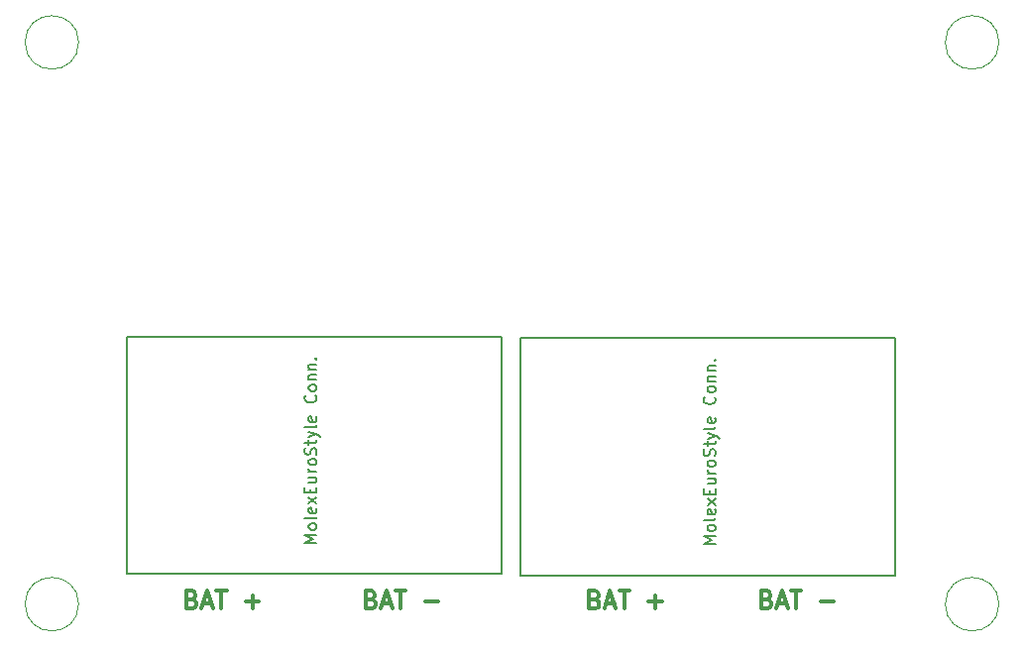
<source format=gbr>
G04 #@! TF.FileFunction,Legend,Top*
%FSLAX46Y46*%
G04 Gerber Fmt 4.6, Leading zero omitted, Abs format (unit mm)*
G04 Created by KiCad (PCBNEW 4.0.7) date 04/09/18 21:23:14*
%MOMM*%
%LPD*%
G01*
G04 APERTURE LIST*
%ADD10C,0.100000*%
%ADD11C,0.300000*%
%ADD12C,0.120000*%
%ADD13C,0.150000*%
%ADD14C,3.600000*%
%ADD15C,3.200000*%
G04 APERTURE END LIST*
D10*
D11*
X138292858Y-145592857D02*
X138507144Y-145664286D01*
X138578572Y-145735714D01*
X138650001Y-145878571D01*
X138650001Y-146092857D01*
X138578572Y-146235714D01*
X138507144Y-146307143D01*
X138364286Y-146378571D01*
X137792858Y-146378571D01*
X137792858Y-144878571D01*
X138292858Y-144878571D01*
X138435715Y-144950000D01*
X138507144Y-145021429D01*
X138578572Y-145164286D01*
X138578572Y-145307143D01*
X138507144Y-145450000D01*
X138435715Y-145521429D01*
X138292858Y-145592857D01*
X137792858Y-145592857D01*
X139221429Y-145950000D02*
X139935715Y-145950000D01*
X139078572Y-146378571D02*
X139578572Y-144878571D01*
X140078572Y-146378571D01*
X140364286Y-144878571D02*
X141221429Y-144878571D01*
X140792858Y-146378571D02*
X140792858Y-144878571D01*
X142864286Y-145807143D02*
X144007143Y-145807143D01*
X172092858Y-145592857D02*
X172307144Y-145664286D01*
X172378572Y-145735714D01*
X172450001Y-145878571D01*
X172450001Y-146092857D01*
X172378572Y-146235714D01*
X172307144Y-146307143D01*
X172164286Y-146378571D01*
X171592858Y-146378571D01*
X171592858Y-144878571D01*
X172092858Y-144878571D01*
X172235715Y-144950000D01*
X172307144Y-145021429D01*
X172378572Y-145164286D01*
X172378572Y-145307143D01*
X172307144Y-145450000D01*
X172235715Y-145521429D01*
X172092858Y-145592857D01*
X171592858Y-145592857D01*
X173021429Y-145950000D02*
X173735715Y-145950000D01*
X172878572Y-146378571D02*
X173378572Y-144878571D01*
X173878572Y-146378571D01*
X174164286Y-144878571D02*
X175021429Y-144878571D01*
X174592858Y-146378571D02*
X174592858Y-144878571D01*
X176664286Y-145807143D02*
X177807143Y-145807143D01*
X122992858Y-145592857D02*
X123207144Y-145664286D01*
X123278572Y-145735714D01*
X123350001Y-145878571D01*
X123350001Y-146092857D01*
X123278572Y-146235714D01*
X123207144Y-146307143D01*
X123064286Y-146378571D01*
X122492858Y-146378571D01*
X122492858Y-144878571D01*
X122992858Y-144878571D01*
X123135715Y-144950000D01*
X123207144Y-145021429D01*
X123278572Y-145164286D01*
X123278572Y-145307143D01*
X123207144Y-145450000D01*
X123135715Y-145521429D01*
X122992858Y-145592857D01*
X122492858Y-145592857D01*
X123921429Y-145950000D02*
X124635715Y-145950000D01*
X123778572Y-146378571D02*
X124278572Y-144878571D01*
X124778572Y-146378571D01*
X125064286Y-144878571D02*
X125921429Y-144878571D01*
X125492858Y-146378571D02*
X125492858Y-144878571D01*
X127564286Y-145807143D02*
X128707143Y-145807143D01*
X128135714Y-146378571D02*
X128135714Y-145235714D01*
X157392858Y-145592857D02*
X157607144Y-145664286D01*
X157678572Y-145735714D01*
X157750001Y-145878571D01*
X157750001Y-146092857D01*
X157678572Y-146235714D01*
X157607144Y-146307143D01*
X157464286Y-146378571D01*
X156892858Y-146378571D01*
X156892858Y-144878571D01*
X157392858Y-144878571D01*
X157535715Y-144950000D01*
X157607144Y-145021429D01*
X157678572Y-145164286D01*
X157678572Y-145307143D01*
X157607144Y-145450000D01*
X157535715Y-145521429D01*
X157392858Y-145592857D01*
X156892858Y-145592857D01*
X158321429Y-145950000D02*
X159035715Y-145950000D01*
X158178572Y-146378571D02*
X158678572Y-144878571D01*
X159178572Y-146378571D01*
X159464286Y-144878571D02*
X160321429Y-144878571D01*
X159892858Y-146378571D02*
X159892858Y-144878571D01*
X161964286Y-145807143D02*
X163107143Y-145807143D01*
X162535714Y-146378571D02*
X162535714Y-145235714D01*
D12*
X113286000Y-146000000D02*
G75*
G03X113286000Y-146000000I-2286000J0D01*
G01*
X191886000Y-146000000D02*
G75*
G03X191886000Y-146000000I-2286000J0D01*
G01*
X191886000Y-98000000D02*
G75*
G03X191886000Y-98000000I-2286000J0D01*
G01*
D13*
X149450000Y-143440000D02*
X149450000Y-123140000D01*
X149450000Y-123140000D02*
X117450000Y-123140000D01*
X117450000Y-143440000D02*
X117450000Y-123140000D01*
X149450000Y-143440000D02*
X117450000Y-143440000D01*
X183050000Y-143560800D02*
X183050000Y-123260800D01*
X183050000Y-123260800D02*
X151050000Y-123260800D01*
X151050000Y-143560800D02*
X151050000Y-123260800D01*
X183050000Y-143560800D02*
X151050000Y-143560800D01*
D12*
X113286000Y-98000000D02*
G75*
G03X113286000Y-98000000I-2286000J0D01*
G01*
D13*
X133603181Y-140736344D02*
X132603181Y-140736344D01*
X133317467Y-140403010D01*
X132603181Y-140069677D01*
X133603181Y-140069677D01*
X133603181Y-139450630D02*
X133555562Y-139545868D01*
X133507943Y-139593487D01*
X133412705Y-139641106D01*
X133126990Y-139641106D01*
X133031752Y-139593487D01*
X132984133Y-139545868D01*
X132936514Y-139450630D01*
X132936514Y-139307772D01*
X132984133Y-139212534D01*
X133031752Y-139164915D01*
X133126990Y-139117296D01*
X133412705Y-139117296D01*
X133507943Y-139164915D01*
X133555562Y-139212534D01*
X133603181Y-139307772D01*
X133603181Y-139450630D01*
X133603181Y-138545868D02*
X133555562Y-138641106D01*
X133460324Y-138688725D01*
X132603181Y-138688725D01*
X133555562Y-137783962D02*
X133603181Y-137879200D01*
X133603181Y-138069677D01*
X133555562Y-138164915D01*
X133460324Y-138212534D01*
X133079371Y-138212534D01*
X132984133Y-138164915D01*
X132936514Y-138069677D01*
X132936514Y-137879200D01*
X132984133Y-137783962D01*
X133079371Y-137736343D01*
X133174610Y-137736343D01*
X133269848Y-138212534D01*
X133603181Y-137403010D02*
X132936514Y-136879200D01*
X132936514Y-137403010D02*
X133603181Y-136879200D01*
X133079371Y-136498248D02*
X133079371Y-136164914D01*
X133603181Y-136022057D02*
X133603181Y-136498248D01*
X132603181Y-136498248D01*
X132603181Y-136022057D01*
X132936514Y-135164914D02*
X133603181Y-135164914D01*
X132936514Y-135593486D02*
X133460324Y-135593486D01*
X133555562Y-135545867D01*
X133603181Y-135450629D01*
X133603181Y-135307771D01*
X133555562Y-135212533D01*
X133507943Y-135164914D01*
X133603181Y-134688724D02*
X132936514Y-134688724D01*
X133126990Y-134688724D02*
X133031752Y-134641105D01*
X132984133Y-134593486D01*
X132936514Y-134498248D01*
X132936514Y-134403009D01*
X133603181Y-133926819D02*
X133555562Y-134022057D01*
X133507943Y-134069676D01*
X133412705Y-134117295D01*
X133126990Y-134117295D01*
X133031752Y-134069676D01*
X132984133Y-134022057D01*
X132936514Y-133926819D01*
X132936514Y-133783961D01*
X132984133Y-133688723D01*
X133031752Y-133641104D01*
X133126990Y-133593485D01*
X133412705Y-133593485D01*
X133507943Y-133641104D01*
X133555562Y-133688723D01*
X133603181Y-133783961D01*
X133603181Y-133926819D01*
X133555562Y-133212533D02*
X133603181Y-133069676D01*
X133603181Y-132831580D01*
X133555562Y-132736342D01*
X133507943Y-132688723D01*
X133412705Y-132641104D01*
X133317467Y-132641104D01*
X133222229Y-132688723D01*
X133174610Y-132736342D01*
X133126990Y-132831580D01*
X133079371Y-133022057D01*
X133031752Y-133117295D01*
X132984133Y-133164914D01*
X132888895Y-133212533D01*
X132793657Y-133212533D01*
X132698419Y-133164914D01*
X132650800Y-133117295D01*
X132603181Y-133022057D01*
X132603181Y-132783961D01*
X132650800Y-132641104D01*
X132936514Y-132355390D02*
X132936514Y-131974438D01*
X132603181Y-132212533D02*
X133460324Y-132212533D01*
X133555562Y-132164914D01*
X133603181Y-132069676D01*
X133603181Y-131974438D01*
X132936514Y-131736342D02*
X133603181Y-131498247D01*
X132936514Y-131260151D02*
X133603181Y-131498247D01*
X133841276Y-131593485D01*
X133888895Y-131641104D01*
X133936514Y-131736342D01*
X133603181Y-130736342D02*
X133555562Y-130831580D01*
X133460324Y-130879199D01*
X132603181Y-130879199D01*
X133555562Y-129974436D02*
X133603181Y-130069674D01*
X133603181Y-130260151D01*
X133555562Y-130355389D01*
X133460324Y-130403008D01*
X133079371Y-130403008D01*
X132984133Y-130355389D01*
X132936514Y-130260151D01*
X132936514Y-130069674D01*
X132984133Y-129974436D01*
X133079371Y-129926817D01*
X133174610Y-129926817D01*
X133269848Y-130403008D01*
X133507943Y-128164912D02*
X133555562Y-128212531D01*
X133603181Y-128355388D01*
X133603181Y-128450626D01*
X133555562Y-128593484D01*
X133460324Y-128688722D01*
X133365086Y-128736341D01*
X133174610Y-128783960D01*
X133031752Y-128783960D01*
X132841276Y-128736341D01*
X132746038Y-128688722D01*
X132650800Y-128593484D01*
X132603181Y-128450626D01*
X132603181Y-128355388D01*
X132650800Y-128212531D01*
X132698419Y-128164912D01*
X133603181Y-127593484D02*
X133555562Y-127688722D01*
X133507943Y-127736341D01*
X133412705Y-127783960D01*
X133126990Y-127783960D01*
X133031752Y-127736341D01*
X132984133Y-127688722D01*
X132936514Y-127593484D01*
X132936514Y-127450626D01*
X132984133Y-127355388D01*
X133031752Y-127307769D01*
X133126990Y-127260150D01*
X133412705Y-127260150D01*
X133507943Y-127307769D01*
X133555562Y-127355388D01*
X133603181Y-127450626D01*
X133603181Y-127593484D01*
X132936514Y-126831579D02*
X133603181Y-126831579D01*
X133031752Y-126831579D02*
X132984133Y-126783960D01*
X132936514Y-126688722D01*
X132936514Y-126545864D01*
X132984133Y-126450626D01*
X133079371Y-126403007D01*
X133603181Y-126403007D01*
X132936514Y-125926817D02*
X133603181Y-125926817D01*
X133031752Y-125926817D02*
X132984133Y-125879198D01*
X132936514Y-125783960D01*
X132936514Y-125641102D01*
X132984133Y-125545864D01*
X133079371Y-125498245D01*
X133603181Y-125498245D01*
X133507943Y-125022055D02*
X133555562Y-124974436D01*
X133603181Y-125022055D01*
X133555562Y-125069674D01*
X133507943Y-125022055D01*
X133603181Y-125022055D01*
X167675181Y-140857144D02*
X166675181Y-140857144D01*
X167389467Y-140523810D01*
X166675181Y-140190477D01*
X167675181Y-140190477D01*
X167675181Y-139571430D02*
X167627562Y-139666668D01*
X167579943Y-139714287D01*
X167484705Y-139761906D01*
X167198990Y-139761906D01*
X167103752Y-139714287D01*
X167056133Y-139666668D01*
X167008514Y-139571430D01*
X167008514Y-139428572D01*
X167056133Y-139333334D01*
X167103752Y-139285715D01*
X167198990Y-139238096D01*
X167484705Y-139238096D01*
X167579943Y-139285715D01*
X167627562Y-139333334D01*
X167675181Y-139428572D01*
X167675181Y-139571430D01*
X167675181Y-138666668D02*
X167627562Y-138761906D01*
X167532324Y-138809525D01*
X166675181Y-138809525D01*
X167627562Y-137904762D02*
X167675181Y-138000000D01*
X167675181Y-138190477D01*
X167627562Y-138285715D01*
X167532324Y-138333334D01*
X167151371Y-138333334D01*
X167056133Y-138285715D01*
X167008514Y-138190477D01*
X167008514Y-138000000D01*
X167056133Y-137904762D01*
X167151371Y-137857143D01*
X167246610Y-137857143D01*
X167341848Y-138333334D01*
X167675181Y-137523810D02*
X167008514Y-137000000D01*
X167008514Y-137523810D02*
X167675181Y-137000000D01*
X167151371Y-136619048D02*
X167151371Y-136285714D01*
X167675181Y-136142857D02*
X167675181Y-136619048D01*
X166675181Y-136619048D01*
X166675181Y-136142857D01*
X167008514Y-135285714D02*
X167675181Y-135285714D01*
X167008514Y-135714286D02*
X167532324Y-135714286D01*
X167627562Y-135666667D01*
X167675181Y-135571429D01*
X167675181Y-135428571D01*
X167627562Y-135333333D01*
X167579943Y-135285714D01*
X167675181Y-134809524D02*
X167008514Y-134809524D01*
X167198990Y-134809524D02*
X167103752Y-134761905D01*
X167056133Y-134714286D01*
X167008514Y-134619048D01*
X167008514Y-134523809D01*
X167675181Y-134047619D02*
X167627562Y-134142857D01*
X167579943Y-134190476D01*
X167484705Y-134238095D01*
X167198990Y-134238095D01*
X167103752Y-134190476D01*
X167056133Y-134142857D01*
X167008514Y-134047619D01*
X167008514Y-133904761D01*
X167056133Y-133809523D01*
X167103752Y-133761904D01*
X167198990Y-133714285D01*
X167484705Y-133714285D01*
X167579943Y-133761904D01*
X167627562Y-133809523D01*
X167675181Y-133904761D01*
X167675181Y-134047619D01*
X167627562Y-133333333D02*
X167675181Y-133190476D01*
X167675181Y-132952380D01*
X167627562Y-132857142D01*
X167579943Y-132809523D01*
X167484705Y-132761904D01*
X167389467Y-132761904D01*
X167294229Y-132809523D01*
X167246610Y-132857142D01*
X167198990Y-132952380D01*
X167151371Y-133142857D01*
X167103752Y-133238095D01*
X167056133Y-133285714D01*
X166960895Y-133333333D01*
X166865657Y-133333333D01*
X166770419Y-133285714D01*
X166722800Y-133238095D01*
X166675181Y-133142857D01*
X166675181Y-132904761D01*
X166722800Y-132761904D01*
X167008514Y-132476190D02*
X167008514Y-132095238D01*
X166675181Y-132333333D02*
X167532324Y-132333333D01*
X167627562Y-132285714D01*
X167675181Y-132190476D01*
X167675181Y-132095238D01*
X167008514Y-131857142D02*
X167675181Y-131619047D01*
X167008514Y-131380951D02*
X167675181Y-131619047D01*
X167913276Y-131714285D01*
X167960895Y-131761904D01*
X168008514Y-131857142D01*
X167675181Y-130857142D02*
X167627562Y-130952380D01*
X167532324Y-130999999D01*
X166675181Y-130999999D01*
X167627562Y-130095236D02*
X167675181Y-130190474D01*
X167675181Y-130380951D01*
X167627562Y-130476189D01*
X167532324Y-130523808D01*
X167151371Y-130523808D01*
X167056133Y-130476189D01*
X167008514Y-130380951D01*
X167008514Y-130190474D01*
X167056133Y-130095236D01*
X167151371Y-130047617D01*
X167246610Y-130047617D01*
X167341848Y-130523808D01*
X167579943Y-128285712D02*
X167627562Y-128333331D01*
X167675181Y-128476188D01*
X167675181Y-128571426D01*
X167627562Y-128714284D01*
X167532324Y-128809522D01*
X167437086Y-128857141D01*
X167246610Y-128904760D01*
X167103752Y-128904760D01*
X166913276Y-128857141D01*
X166818038Y-128809522D01*
X166722800Y-128714284D01*
X166675181Y-128571426D01*
X166675181Y-128476188D01*
X166722800Y-128333331D01*
X166770419Y-128285712D01*
X167675181Y-127714284D02*
X167627562Y-127809522D01*
X167579943Y-127857141D01*
X167484705Y-127904760D01*
X167198990Y-127904760D01*
X167103752Y-127857141D01*
X167056133Y-127809522D01*
X167008514Y-127714284D01*
X167008514Y-127571426D01*
X167056133Y-127476188D01*
X167103752Y-127428569D01*
X167198990Y-127380950D01*
X167484705Y-127380950D01*
X167579943Y-127428569D01*
X167627562Y-127476188D01*
X167675181Y-127571426D01*
X167675181Y-127714284D01*
X167008514Y-126952379D02*
X167675181Y-126952379D01*
X167103752Y-126952379D02*
X167056133Y-126904760D01*
X167008514Y-126809522D01*
X167008514Y-126666664D01*
X167056133Y-126571426D01*
X167151371Y-126523807D01*
X167675181Y-126523807D01*
X167008514Y-126047617D02*
X167675181Y-126047617D01*
X167103752Y-126047617D02*
X167056133Y-125999998D01*
X167008514Y-125904760D01*
X167008514Y-125761902D01*
X167056133Y-125666664D01*
X167151371Y-125619045D01*
X167675181Y-125619045D01*
X167579943Y-125142855D02*
X167627562Y-125095236D01*
X167675181Y-125142855D01*
X167627562Y-125190474D01*
X167579943Y-125142855D01*
X167675181Y-125142855D01*
%LPC*%
D14*
X111000000Y-146000000D03*
X189600000Y-146000000D03*
X189600000Y-98000000D03*
D15*
X123800000Y-137000000D03*
X127800000Y-137000000D03*
X123800000Y-125320000D03*
X127800000Y-125320000D03*
X138800000Y-125320000D03*
X142800000Y-125320000D03*
X138800000Y-137000000D03*
X142800000Y-137000000D03*
X123494800Y-117957600D03*
X127294800Y-117957600D03*
X123494800Y-105457600D03*
X127294800Y-105457600D03*
X138494800Y-117957600D03*
X142294800Y-117957600D03*
X138494800Y-105457600D03*
X142294800Y-105457600D03*
X157400000Y-137120800D03*
X161400000Y-137120800D03*
X157400000Y-125440800D03*
X161400000Y-125440800D03*
X172400000Y-125440800D03*
X176400000Y-125440800D03*
X172400000Y-137120800D03*
X176400000Y-137120800D03*
X157022800Y-117957600D03*
X160822800Y-117957600D03*
X157022800Y-105457600D03*
X160822800Y-105457600D03*
X172022800Y-117957600D03*
X175822800Y-117957600D03*
X172022800Y-105457600D03*
X175822800Y-105457600D03*
D14*
X111000000Y-98000000D03*
M02*

</source>
